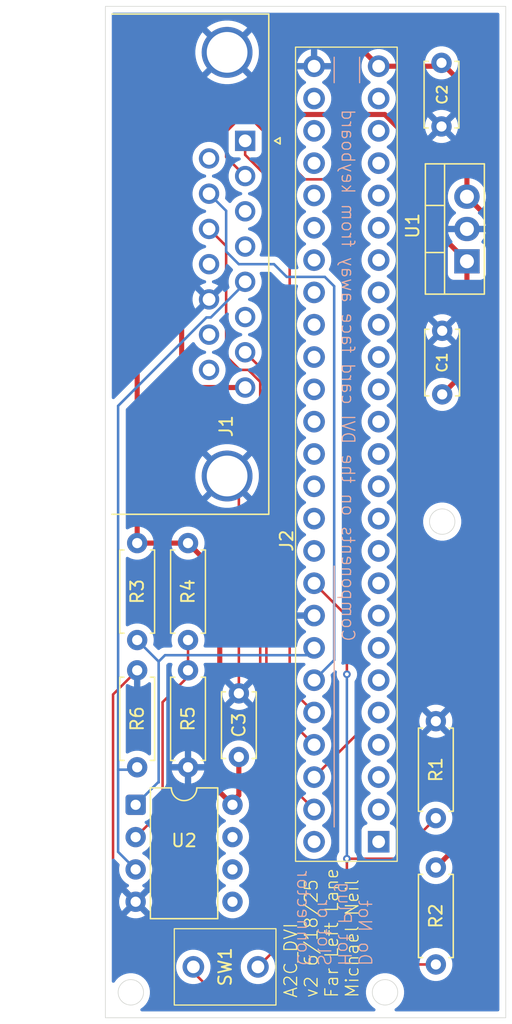
<source format=kicad_pcb>
(kicad_pcb (version 20241229) (generator "pcbnew") (generator_version "9.0")
  (title_block (title "A2C_DVI_Board") (date "2025-06-18") (rev "v2") (company "FarLeftLane") (comment 1 "Michael Neil"))
  (layers (0 "F.Cu" signal) (2 "B.Cu" signal) (13 "F.Paste" user) (15 "B.Paste" user) (5 "F.SilkS" user "F.Silkscreen") (7 "B.SilkS" user "B.Silkscreen") (1 "F.Mask" user) (3 "B.Mask" user) (25 "Edge.Cuts" user))
  (net 0 "")
  (net 1 "+12V")
  (net 2 "GND")
  (net 3 "Net-(J1-GR)")
  (net 5 "Net-(J1-SEROUT)")
  (net 7 "Net-(J1-14M)")
  (net 8 "Net-(J1-WNDW)")
  (net 12 "Net-(J1-TEXT)")
  (net 17 "+5V")
  (net 56 "Net-(J2-Pin_42)")
  (net 57 "Net-(J2-Pin_44)")
  (net 58 "Net-(J1-1VSND)")
  (net 59 "Net-(U2A--)")
  (net 63 "Net-(R2-Pad1)")
  (footprint "Resistor_THT:R_Axial_DIN0207_L6.3mm_D2.5mm_P7.62mm_Horizontal" (layer "F.Cu") (at 44 111.690344 -90)
    (property "Reference" "R5" (at 3.81 0 90) (layer "F.SilkS"))
    (property "Value" "1K")
    (fp_line (start 0.54 1.37) (end 7.08 1.37) (stroke (width 0.12)) (layer "F.SilkS"))
    (fp_line (start 7.08 1.37) (end 7.08 1.04) (stroke (width 0.12)) (layer "F.SilkS"))
    (fp_line (start 0.54 1.04) (end 0.54 1.37) (stroke (width 0.12)) (layer "F.SilkS"))
    (fp_line (start 0.54 -1.04) (end 0.54 -1.37) (stroke (width 0.12)) (layer "F.SilkS"))
    (fp_line (start 0.54 -1.37) (end 7.08 -1.37) (stroke (width 0.12)) (layer "F.SilkS"))
    (fp_line (start 7.08 -1.37) (end 7.08 -1.04) (stroke (width 0.12)) (layer "F.SilkS"))
    (pad "1" thru_hole circle (at 0 0 270) (size 1.6 1.6) (drill 0.8) (layers "*.Cu" "*.Mask") (net 59 "Net-(U2A--)"))
    (pad "2" thru_hole oval (at 7.62 0 270) (size 1.6 1.6) (drill 0.8) (layers "*.Cu" "*.Mask") (net 2 "GND"))
  )
  (footprint "Capacitor_THT:C_Disc_D5.0mm_W2.5mm_P5.00mm" (layer "F.Cu") (at 64 90 90)
    (property "Reference" "C1" (at 2.5 0 90) (layer "F.SilkS") (effects (font (size 0.8 0.8) (thickness 0.15) (bold yes))))
    (property "Value" "0.33uf")
    (fp_line (start 5.12 -1.37) (end 5.12 -1.055) (stroke (width 0.12)) (layer "F.SilkS"))
    (fp_line (start -0.12 -1.37) (end 5.12 -1.37) (stroke (width 0.12)) (layer "F.SilkS"))
    (fp_line (start -0.12 -1.37) (end -0.12 -1.055) (stroke (width 0.12)) (layer "F.SilkS"))
    (fp_line (start 5.12 1.055) (end 5.12 1.37) (stroke (width 0.12)) (layer "F.SilkS"))
    (fp_line (start -0.12 1.055) (end -0.12 1.37) (stroke (width 0.12)) (layer "F.SilkS"))
    (fp_line (start -0.12 1.37) (end 5.12 1.37) (stroke (width 0.12)) (layer "F.SilkS"))
    (pad "1" thru_hole circle (at 0 0 90) (size 1.6 1.6) (drill 0.8) (layers "*.Cu" "*.Mask") (net 1 "+12V"))
    (pad "2" thru_hole circle (at 5 0 90) (size 1.6 1.6) (drill 0.8) (layers "*.Cu" "*.Mask") (net 2 "GND"))
  )
  (footprint "Resistor_THT:R_Axial_DIN0207_L6.3mm_D2.5mm_P7.62mm_Horizontal" (layer "F.Cu") (at 44 101.69 -90)
    (property "Reference" "R4" (at 3.81 0 90) (layer "F.SilkS"))
    (property "Value" "22K")
    (fp_line (start 0.54 1.37) (end 7.08 1.37) (stroke (width 0.12)) (layer "F.SilkS"))
    (fp_line (start 7.08 1.37) (end 7.08 1.04) (stroke (width 0.12)) (layer "F.SilkS"))
    (fp_line (start 0.54 1.04) (end 0.54 1.37) (stroke (width 0.12)) (layer "F.SilkS"))
    (fp_line (start 0.54 -1.04) (end 0.54 -1.37) (stroke (width 0.12)) (layer "F.SilkS"))
    (fp_line (start 0.54 -1.37) (end 7.08 -1.37) (stroke (width 0.12)) (layer "F.SilkS"))
    (fp_line (start 7.08 -1.37) (end 7.08 -1.04) (stroke (width 0.12)) (layer "F.SilkS"))
    (pad "1" thru_hole circle (at 0 0 270) (size 1.6 1.6) (drill 0.8) (layers "*.Cu" "*.Mask") (net 17 "+5V"))
    (pad "2" thru_hole oval (at 7.62 0 270) (size 1.6 1.6) (drill 0.8) (layers "*.Cu" "*.Mask") (net 59 "Net-(U2A--)"))
  )
  (footprint "Resistor_THT:R_Axial_DIN0207_L6.3mm_D2.5mm_P7.62mm_Horizontal" (layer "F.Cu") (at 40 119.31 90)
    (property "Reference" "R6" (at 3.81 0 90) (layer "F.SilkS"))
    (property "Value" "10K")
    (fp_line (start 7.08 -1.37) (end 7.08 -1.04) (stroke (width 0.12)) (layer "F.SilkS"))
    (fp_line (start 0.54 -1.37) (end 7.08 -1.37) (stroke (width 0.12)) (layer "F.SilkS"))
    (fp_line (start 0.54 -1.04) (end 0.54 -1.37) (stroke (width 0.12)) (layer "F.SilkS"))
    (fp_line (start 0.54 1.04) (end 0.54 1.37) (stroke (width 0.12)) (layer "F.SilkS"))
    (fp_line (start 7.08 1.37) (end 7.08 1.04) (stroke (width 0.12)) (layer "F.SilkS"))
    (fp_line (start 0.54 1.37) (end 7.08 1.37) (stroke (width 0.12)) (layer "F.SilkS"))
    (pad "1" thru_hole circle (at 0 0 90) (size 1.6 1.6) (drill 0.8) (layers "*.Cu" "*.Mask") (net 58 "Net-(J1-1VSND)"))
    (pad "2" thru_hole oval (at 7.62 0 90) (size 1.6 1.6) (drill 0.8) (layers "*.Cu" "*.Mask") (net 2 "GND"))
  )
  (footprint "Capacitor_THT:C_Disc_D5.0mm_W2.5mm_P5.00mm" (layer "F.Cu") (at 63.945 63.94 -90)
    (property "Reference" "C2" (at 2.5 -0.055 90) (layer "F.SilkS") (effects (font (size 0.8 0.8))))
    (property "Value" "0.1uf")
    (fp_line (start -0.12 1.37) (end 5.12 1.37) (stroke (width 0.12)) (layer "F.SilkS"))
    (fp_line (start -0.12 1.055) (end -0.12 1.37) (stroke (width 0.12)) (layer "F.SilkS"))
    (fp_line (start 5.12 1.055) (end 5.12 1.37) (stroke (width 0.12)) (layer "F.SilkS"))
    (fp_line (start -0.12 -1.37) (end -0.12 -1.055) (stroke (width 0.12)) (layer "F.SilkS"))
    (fp_line (start -0.12 -1.37) (end 5.12 -1.37) (stroke (width 0.12)) (layer "F.SilkS"))
    (fp_line (start 5.12 -1.37) (end 5.12 -1.055) (stroke (width 0.12)) (layer "F.SilkS"))
    (pad "1" thru_hole circle (at 0 0 270) (size 1.6 1.6) (drill 0.8) (layers "*.Cu" "*.Mask") (net 17 "+5V"))
    (pad "2" thru_hole circle (at 5 0 270) (size 1.6 1.6) (drill 0.8) (layers "*.Cu" "*.Mask") (net 2 "GND"))
  )
  (footprint "Package_DIP:DIP-8_W7.62mm" (layer "F.Cu") (at 39.88 122.260647)
    (property "Reference" "U2" (at 3.81 2.81 0) (layer "F.SilkS"))
    (property "Value" "LM393")
    (fp_line (start 1.16 -1.33) (end 1.16 8.95) (stroke (width 0.12)) (layer "F.SilkS"))
    (fp_line (start 1.16 8.95) (end 6.46 8.95) (stroke (width 0.12)) (layer "F.SilkS"))
    (fp_line (start 2.81 -1.33) (end 1.16 -1.33) (stroke (width 0.12)) (layer "F.SilkS"))
    (fp_line (start 6.46 -1.33) (end 4.81 -1.33) (stroke (width 0.12)) (layer "F.SilkS"))
    (fp_line (start 6.46 8.95) (end 6.46 -1.33) (stroke (width 0.12)) (layer "F.SilkS"))
    (fp_arc (start 4.81 -1.33) (mid 3.81 -0.33) (end 2.81 -1.33) (stroke (width 0.12)) (layer "F.SilkS"))
    (pad "1" thru_hole roundrect (at 0 0) (size 1.6 1.6) (drill 0.8) (layers "*.Cu" "*.Mask") (roundrect_rratio 0.15625) (net 57 "Net-(J2-Pin_44)"))
    (pad "2" thru_hole circle (at 0 2.54) (size 1.6 1.6) (drill 0.8) (layers "*.Cu" "*.Mask") (net 59 "Net-(U2A--)"))
    (pad "3" thru_hole circle (at 0 5.08) (size 1.6 1.6) (drill 0.8) (layers "*.Cu" "*.Mask") (net 58 "Net-(J1-1VSND)"))
    (pad "4" thru_hole circle (at 0 7.62) (size 1.6 1.6) (drill 0.8) (layers "*.Cu" "*.Mask") (net 2 "GND"))
    (pad "5" thru_hole circle (at 7.62 7.62) (size 1.6 1.6) (drill 0.8) (layers "*.Cu" "*.Mask"))
    (pad "6" thru_hole circle (at 7.62 5.08) (size 1.6 1.6) (drill 0.8) (layers "*.Cu" "*.Mask"))
    (pad "7" thru_hole circle (at 7.62 2.54) (size 1.6 1.6) (drill 0.8) (layers "*.Cu" "*.Mask"))
    (pad "8" thru_hole circle (at 7.62 0) (size 1.6 1.6) (drill 0.8) (layers "*.Cu" "*.Mask") (net 17 "+5V"))
  )
  (footprint "Package_TO_SOT_THT:TO-220-3_Vertical" (layer "F.Cu") (at 65.945 79.54 90)
    (property "Reference" "U1" (at 2.79 -4.27 90) (layer "F.SilkS"))
    (property "Value" "LM7805_TO220")
    (fp_line (start 7.66 -3.27) (end 7.66 1.371) (stroke (width 0.12)) (layer "F.SilkS"))
    (fp_line (start 4.391 -3.27) (end 4.391 -1.76) (stroke (width 0.12)) (layer "F.SilkS"))
    (fp_line (start 0.69 -3.27) (end 0.69 -1.76) (stroke (width 0.12)) (layer "F.SilkS"))
    (fp_line (start -2.58 -3.27) (end 7.66 -3.27) (stroke (width 0.12)) (layer "F.SilkS"))
    (fp_line (start -2.58 -3.27) (end -2.58 1.371) (stroke (width 0.12)) (layer "F.SilkS"))
    (fp_line (start -2.58 -1.76) (end 7.66 -1.76) (stroke (width 0.12)) (layer "F.SilkS"))
    (fp_line (start -2.58 1.371) (end 7.66 1.371) (stroke (width 0.12)) (layer "F.SilkS"))
    (pad "1" thru_hole rect (at 0 0 90) (size 1.905 2) (drill 1.1) (layers "*.Cu" "*.Mask") (net 1 "+12V"))
    (pad "2" thru_hole oval (at 2.54 0 90) (size 1.905 2) (drill 1.1) (layers "*.Cu" "*.Mask") (net 2 "GND"))
    (pad "3" thru_hole oval (at 5.08 0 90) (size 1.905 2) (drill 1.1) (layers "*.Cu" "*.Mask") (net 17 "+5V"))
  )
  (footprint "Apple II Library:A2E_50pin_card_edge_female" (layer "F.Cu") (at 56.46 64.205)
    (property "Reference" "J2" (at -4.699244 37.295 90) (layer "F.SilkS"))
    (property "Value" "A2E_Slot")
    (fp_rect (start -4 -1.5) (end 4 62.5) (stroke (width 0.1)) (fill no) (layer "F.SilkS"))
    (pad "1" thru_hole rect (at 2.54 60.96) (size 1.7 1.7) (drill 1) (layers "*.Cu" "*.Mask"))
    (pad "2" thru_hole oval (at 2.54 58.42) (size 1.7 1.7) (drill 1) (layers "*.Cu" "*.Mask"))
    (pad "3" thru_hole oval (at 2.54 55.88) (size 1.7 1.7) (drill 1) (layers "*.Cu" "*.Mask"))
    (pad "4" thru_hole oval (at 2.54 53.34) (size 1.7 1.7) (drill 1) (layers "*.Cu" "*.Mask"))
    (pad "5" thru_hole oval (at 2.54 50.8) (size 1.7 1.7) (drill 1) (layers "*.Cu" "*.Mask"))
    (pad "6" thru_hole oval (at 2.54 48.26) (size 1.7 1.7) (drill 1) (layers "*.Cu" "*.Mask"))
    (pad "7" thru_hole oval (at 2.54 45.72) (size 1.7 1.7) (drill 1) (layers "*.Cu" "*.Mask"))
    (pad "8" thru_hole oval (at 2.54 43.18) (size 1.7 1.7) (drill 1) (layers "*.Cu" "*.Mask"))
    (pad "9" thru_hole oval (at 2.54 40.64) (size 1.7 1.7) (drill 1) (layers "*.Cu" "*.Mask"))
    (pad "10" thru_hole oval (at 2.54 38.1) (size 1.7 1.7) (drill 1) (layers "*.Cu" "*.Mask"))
    (pad "11" thru_hole oval (at 2.54 35.56) (size 1.7 1.7) (drill 1) (layers "*.Cu" "*.Mask"))
    (pad "12" thru_hole oval (at 2.54 33.02) (size 1.7 1.7) (drill 1) (layers "*.Cu" "*.Mask"))
    (pad "13" thru_hole oval (at 2.54 30.48) (size 1.7 1.7) (drill 1) (layers "*.Cu" "*.Mask"))
    (pad "14" thru_hole oval (at 2.54 27.94) (size 1.7 1.7) (drill 1) (layers "*.Cu" "*.Mask"))
    (pad "15" thru_hole oval (at 2.54 25.4) (size 1.7 1.7) (drill 1) (layers "*.Cu" "*.Mask"))
    (pad "16" thru_hole oval (at 2.54 22.86) (size 1.7 1.7) (drill 1) (layers "*.Cu" "*.Mask"))
    (pad "17" thru_hole oval (at 2.54 20.32) (size 1.7 1.7) (drill 1) (layers "*.Cu" "*.Mask"))
    (pad "18" thru_hole oval (at 2.54 17.78) (size 1.7 1.7) (drill 1) (layers "*.Cu" "*.Mask"))
    (pad "19" thru_hole oval (at 2.54 15.24) (size 1.7 1.7) (drill 1) (layers "*.Cu" "*.Mask"))
    (pad "20" thru_hole oval (at 2.54 12.7) (size 1.7 1.7) (drill 1) (layers "*.Cu" "*.Mask"))
    (pad "21" thru_hole oval (at 2.54 10.16) (size 1.7 1.7) (drill 1) (layers "*.Cu" "*.Mask"))
    (pad "22" thru_hole oval (at 2.54 7.62) (size 1.7 1.7) (drill 1) (layers "*.Cu" "*.Mask"))
    (pad "23" thru_hole oval (at 2.54 5.08) (size 1.7 1.7) (drill 1) (layers "*.Cu" "*.Mask"))
    (pad "24" thru_hole oval (at 2.54 2.54) (size 1.7 1.7) (drill 1) (layers "*.Cu" "*.Mask"))
    (pad "25" thru_hole oval (at 2.54 0) (size 1.7 1.7) (drill 1) (layers "*.Cu" "*.Mask") (net 17 "+5V"))
    (pad "26" thru_hole oval (at -2.54 0) (size 1.7 1.7) (drill 1) (layers "*.Cu" "*.Mask") (net 2 "GND"))
    (pad "27" thru_hole oval (at -2.54 2.54) (size 1.7 1.7) (drill 1) (layers "*.Cu" "*.Mask"))
    (pad "28" thru_hole oval (at -2.54 5.08) (size 1.7 1.7) (drill 1) (layers "*.Cu" "*.Mask"))
    (pad "29" thru_hole oval (at -2.54 7.62) (size 1.7 1.7) (drill 1) (layers "*.Cu" "*.Mask"))
    (pad "30" thru_hole oval (at -2.54 10.16) (size 1.7 1.7) (drill 1) (layers "*.Cu" "*.Mask"))
    (pad "31" thru_hole oval (at -2.54 12.7) (size 1.7 1.7) (drill 1) (layers "*.Cu" "*.Mask"))
    (pad "32" thru_hole oval (at -2.54 15.24) (size 1.7 1.7) (drill 1) (layers "*.Cu" "*.Mask"))
    (pad "33" thru_hole oval (at -2.54 17.78) (size 1.7 1.7) (drill 1) (layers "*.Cu" "*.Mask"))
    (pad "34" thru_hole oval (at -2.54 20.32) (size 1.7 1.7) (drill 1) (layers "*.Cu" "*.Mask"))
    (pad "35" thru_hole oval (at -2.54 22.86) (size 1.7 1.7) (drill 1) (layers "*.Cu" "*.Mask"))
    (pad "36" thru_hole oval (at -2.54 25.4) (size 1.7 1.7) (drill 1) (layers "*.Cu" "*.Mask"))
    (pad "37" thru_hole oval (at -2.54 27.94) (size 1.7 1.7) (drill 1) (layers "*.Cu" "*.Mask"))
    (pad "38" thru_hole oval (at -2.54 30.48) (size 1.7 1.7) (drill 1) (layers "*.Cu" "*.Mask"))
    (pad "39" thru_hole oval (at -2.54 33.02) (size 1.7 1.7) (drill 1) (layers "*.Cu" "*.Mask"))
    (pad "40" thru_hole oval (at -2.54 35.56) (size 1.7 1.7) (drill 1) (layers "*.Cu" "*.Mask"))
    (pad "41" thru_hole oval (at -2.54 38.1) (size 1.7 1.7) (drill 1) (layers "*.Cu" "*.Mask"))
    (pad "42" thru_hole oval (at -2.54 40.64) (size 1.7 1.7) (drill 1) (layers "*.Cu" "*.Mask") (net 56 "Net-(J2-Pin_42)"))
    (pad "43" thru_hole oval (at -2.54 43.18) (size 1.7 1.7) (drill 1) (layers "*.Cu" "*.Mask") (net 2 "GND"))
    (pad "44" thru_hole oval (at -2.54 45.72) (size 1.7 1.7) (drill 1) (layers "*.Cu" "*.Mask") (net 57 "Net-(J2-Pin_44)"))
    (pad "45" thru_hole oval (at -2.54 48.26) (size 1.7 1.7) (drill 1) (layers "*.Cu" "*.Mask") (net 3 "Net-(J1-GR)"))
    (pad "46" thru_hole oval (at -2.54 50.8) (size 1.7 1.7) (drill 1) (layers "*.Cu" "*.Mask") (net 12 "Net-(J1-TEXT)"))
    (pad "47" thru_hole oval (at -2.54 53.34) (size 1.7 1.7) (drill 1) (layers "*.Cu" "*.Mask") (net 8 "Net-(J1-WNDW)"))
    (pad "48" thru_hole oval (at -2.54 55.88) (size 1.7 1.7) (drill 1) (layers "*.Cu" "*.Mask") (net 7 "Net-(J1-14M)"))
    (pad "49" thru_hole oval (at -2.54 58.42) (size 1.7 1.7) (drill 1) (layers "*.Cu" "*.Mask") (net 5 "Net-(J1-SEROUT)"))
    (pad "50" thru_hole oval (at -2.54 60.96) (size 1.7 1.7) (drill 1) (layers "*.Cu" "*.Mask"))
  )
  (footprint "Resistor_THT:R_Axial_DIN0207_L6.3mm_D2.5mm_P7.62mm_Horizontal" (layer "F.Cu") (at 63.5 115.69 -90)
    (property "Reference" "R1" (at 3.81 0 90) (layer "F.SilkS"))
    (property "Value" "10k")
    (fp_line (start 0.54 1.37) (end 7.08 1.37) (stroke (width 0.12)) (layer "F.SilkS"))
    (fp_line (start 7.08 1.37) (end 7.08 1.04) (stroke (width 0.12)) (layer "F.SilkS"))
    (fp_line (start 0.54 1.04) (end 0.54 1.37) (stroke (width 0.12)) (layer "F.SilkS"))
    (fp_line (start 0.54 -1.04) (end 0.54 -1.37) (stroke (width 0.12)) (layer "F.SilkS"))
    (fp_line (start 0.54 -1.37) (end 7.08 -1.37) (stroke (width 0.12)) (layer "F.SilkS"))
    (fp_line (start 7.08 -1.37) (end 7.08 -1.04) (stroke (width 0.12)) (layer "F.SilkS"))
    (pad "1" thru_hole circle (at 0 0 270) (size 1.6 1.6) (drill 0.8) (layers "*.Cu" "*.Mask") (net 2 "GND"))
    (pad "2" thru_hole oval (at 7.62 0 270) (size 1.6 1.6) (drill 0.8) (layers "*.Cu" "*.Mask") (net 56 "Net-(J2-Pin_42)"))
  )
  (footprint "Apple II Library:DSUB-15_Male_Horizontal_P2.77x2.84mm_EdgePinOffset7.70mm_Housed_MountingHolesOffset9.12mm" (layer "F.Cu") (at 48.495 70.07 -90)
    (property "Reference" "J1" (at 22.43 1.495 90) (layer "F.SilkS"))
    (property "Value" "A2C_DA15_Plug_MountingHoles")
    (fp_line (start -9.965 10.48) (end -9.965 -1.86) (stroke (width 0.12)) (layer "F.SilkS"))
    (fp_line (start -9.965 -1.86) (end 29.355 -1.86) (stroke (width 0.12)) (layer "F.SilkS"))
    (fp_line (start 29.355 -1.86) (end 29.355 10.48) (stroke (width 0.12)) (layer "F.SilkS"))
    (fp_line (start 0 -2.321325) (end -0.25 -2.754338) (stroke (width 0.12)) (layer "F.SilkS"))
    (fp_line (start -0.25 -2.754338) (end 0.25 -2.754338) (stroke (width 0.12)) (layer "F.SilkS"))
    (fp_line (start 0.25 -2.754338) (end 0 -2.321325) (stroke (width 0.12)) (layer "F.SilkS"))
    (pad "0" thru_hole circle (at -6.955 1.42 270) (size 4 4) (drill 3.2) (layers "*.Cu" "*.Mask") (net 2 "GND"))
    (pad "0" thru_hole circle (at 26.345 1.42 270) (size 4 4) (drill 3.2) (layers "*.Cu" "*.Mask") (net 2 "GND"))
    (pad "1" thru_hole rect (at 0 0 270) (size 1.6 1.6) (drill 1) (layers "*.Cu" "*.Mask") (net 12 "Net-(J1-TEXT)"))
    (pad "2" thru_hole circle (at 2.77 0 270) (size 1.6 1.6) (drill 1) (layers "*.Cu" "*.Mask") (net 7 "Net-(J1-14M)"))
    (pad "3" thru_hole circle (at 5.54 0 270) (size 1.6 1.6) (drill 1) (layers "*.Cu" "*.Mask"))
    (pad "4" thru_hole circle (at 8.31 0 270) (size 1.6 1.6) (drill 1) (layers "*.Cu" "*.Mask"))
    (pad "5" thru_hole circle (at 11.08 0 270) (size 1.6 1.6) (drill 1) (layers "*.Cu" "*.Mask") (net 58 "Net-(J1-1VSND)"))
    (pad "6" thru_hole circle (at 13.85 0 270) (size 1.6 1.6) (drill 1) (layers "*.Cu" "*.Mask"))
    (pad "7" thru_hole circle (at 16.62 0 270) (size 1.6 1.6) (drill 1) (layers "*.Cu" "*.Mask") (net 8 "Net-(J1-WNDW)"))
    (pad "8" thru_hole circle (at 19.39 0 270) (size 1.6 1.6) (drill 1) (layers "*.Cu" "*.Mask") (net 1 "+12V"))
    (pad "9" thru_hole circle (at 1.385 2.84 270) (size 1.6 1.6) (drill 1) (layers "*.Cu" "*.Mask"))
    (pad "10" thru_hole circle (at 4.155 2.84 270) (size 1.6 1.6) (drill 1) (layers "*.Cu" "*.Mask") (net 3 "Net-(J1-GR)"))
    (pad "11" thru_hole circle (at 6.925 2.84 270) (size 1.6 1.6) (drill 1) (layers "*.Cu" "*.Mask") (net 5 "Net-(J1-SEROUT)"))
    (pad "12" thru_hole circle (at 9.695 2.84 270) (size 1.6 1.6) (drill 1) (layers "*.Cu" "*.Mask"))
    (pad "13" thru_hole circle (at 12.465 2.84 270) (size 1.6 1.6) (drill 1) (layers "*.Cu" "*.Mask") (net 2 "GND"))
    (pad "14" thru_hole circle (at 15.235 2.84 270) (size 1.6 1.6) (drill 1) (layers "*.Cu" "*.Mask"))
    (pad "15" thru_hole circle (at 18.005 2.84 270) (size 1.6 1.6) (drill 1) (layers "*.Cu" "*.Mask"))
  )
  (footprint "Capacitor_THT:C_Disc_D5.0mm_W2.5mm_P5.00mm" (layer "F.Cu") (at 48 118.5 90)
    (property "Reference" "C3" (at 2.5 0 90) (layer "F.SilkS"))
    (property "Value" "0.1uf")
    (fp_line (start 5.12 -1.37) (end 5.12 -1.055) (stroke (width 0.12)) (layer "F.SilkS"))
    (fp_line (start -0.12 -1.37) (end 5.12 -1.37) (stroke (width 0.12)) (layer "F.SilkS"))
    (fp_line (start -0.12 -1.37) (end -0.12 -1.055) (stroke (width 0.12)) (layer "F.SilkS"))
    (fp_line (start 5.12 1.055) (end 5.12 1.37) (stroke (width 0.12)) (layer "F.SilkS"))
    (fp_line (start -0.12 1.055) (end -0.12 1.37) (stroke (width 0.12)) (layer "F.SilkS"))
    (fp_line (start -0.12 1.37) (end 5.12 1.37) (stroke (width 0.12)) (layer "F.SilkS"))
    (pad "1" thru_hole circle (at 0 0 90) (size 1.6 1.6) (drill 0.8) (layers "*.Cu" "*.Mask") (net 17 "+5V"))
    (pad "2" thru_hole circle (at 5 0 90) (size 1.6 1.6) (drill 0.8) (layers "*.Cu" "*.Mask") (net 2 "GND"))
  )
  (footprint "Resistor_THT:R_Axial_DIN0207_L6.3mm_D2.5mm_P7.62mm_Horizontal" (layer "F.Cu") (at 63.5 134.81 90)
    (property "Reference" "R2" (at 3.81 0 90) (layer "F.SilkS"))
    (property "Value" "1k")
    (fp_line (start 7.08 -1.37) (end 7.08 -1.04) (stroke (width 0.12)) (layer "F.SilkS"))
    (fp_line (start 0.54 -1.37) (end 7.08 -1.37) (stroke (width 0.12)) (layer "F.SilkS"))
    (fp_line (start 0.54 -1.04) (end 0.54 -1.37) (stroke (width 0.12)) (layer "F.SilkS"))
    (fp_line (start 0.54 1.04) (end 0.54 1.37) (stroke (width 0.12)) (layer "F.SilkS"))
    (fp_line (start 7.08 1.37) (end 7.08 1.04) (stroke (width 0.12)) (layer "F.SilkS"))
    (fp_line (start 0.54 1.37) (end 7.08 1.37) (stroke (width 0.12)) (layer "F.SilkS"))
    (pad "1" thru_hole circle (at 0 0 90) (size 1.6 1.6) (drill 0.8) (layers "*.Cu" "*.Mask") (net 63 "Net-(R2-Pad1)"))
    (pad "2" thru_hole oval (at 7.62 0 90) (size 1.6 1.6) (drill 0.8) (layers "*.Cu" "*.Mask") (net 17 "+5V"))
  )
  (footprint "Apple II Library:PinSocket_1x03_P2.54mm_Vertical" (layer "F.Cu") (at 44.42 135 90)
    (property "Reference" "SW1" (at 0 2.5 90) (layer "F.SilkS"))
    (property "Value" "Config")
    (fp_rect (start -3 -1.5) (end 3 6.5) (stroke (width 0.1)) (fill no) (layer "F.SilkS"))
    (pad "1" thru_hole circle (at 0 0 90) (size 1.7 1.7) (drill 1) (layers "*.Cu" "*.Mask") (net 63 "Net-(R2-Pad1)"))
    (pad "2" thru_hole circle (at 0 5.08 90) (size 1.7 1.7) (drill 1) (layers "*.Cu" "*.Mask") (net 56 "Net-(J2-Pin_42)"))
  )
  (footprint "Resistor_THT:R_Axial_DIN0207_L6.3mm_D2.5mm_P7.62mm_Horizontal" (layer "F.Cu") (at 40 101.69 -90)
    (property "Reference" "R3" (at 3.81 0 90) (layer "F.SilkS"))
    (property "Value" "1K")
    (fp_line (start 0.54 1.37) (end 7.08 1.37) (stroke (width 0.12)) (layer "F.SilkS"))
    (fp_line (start 7.08 1.37) (end 7.08 1.04) (stroke (width 0.12)) (layer "F.SilkS"))
    (fp_line (start 0.54 1.04) (end 0.54 1.37) (stroke (width 0.12)) (layer "F.SilkS"))
    (fp_line (start 0.54 -1.04) (end 0.54 -1.37) (stroke (width 0.12)) (layer "F.SilkS"))
    (fp_line (start 0.54 -1.37) (end 7.08 -1.37) (stroke (width 0.12)) (layer "F.SilkS"))
    (fp_line (start 7.08 -1.37) (end 7.08 -1.04) (stroke (width 0.12)) (layer "F.SilkS"))
    (pad "1" thru_hole circle (at 0 0 270) (size 1.6 1.6) (drill 0.8) (layers "*.Cu" "*.Mask") (net 17 "+5V"))
    (pad "2" thru_hole oval (at 7.62 0 270) (size 1.6 1.6) (drill 0.8) (layers "*.Cu" "*.Mask") (net 57 "Net-(J2-Pin_44)"))
  )
  (gr_line (start 57.5 65.5) (end 57.5 63.5) (stroke (width 0.1)) (layer "B.SilkS"))
  (gr_line (start 55.5 65.5) (end 55.5 63.5) (stroke (width 0.1)) (layer "B.SilkS"))
  (gr_line (start 55.5 124) (end 55.5 103.5) (stroke (width 0.1)) (layer "B.SilkS"))
  (gr_circle (center 59.5 137) (end 60.5 137) (stroke (width 0.05)) (fill no) (layer "Edge.Cuts"))
  (gr_circle (center 64 100) (end 65 100) (stroke (width 0.05)) (fill no) (layer "Edge.Cuts"))
  (gr_circle (center 39.5 137) (end 40.5 137) (stroke (width 0.05)) (fill no) (layer "Edge.Cuts"))
  (gr_rect (start 37.5 59.5) (end 69 139) (stroke (width 0.05)) (fill no) (layer "Edge.Cuts"))
  (gr_text "A2C_DVI\nv2 6/18/25\nFar Left Lane\nMichael Neil" (at 57.5 137.5 90) (layer "F.SilkS") (effects (font (size 1 1) (thickness 0.1)) (justify left bottom)))
  (gr_text "Components on the DVI card face away from keyboard" (at 56 109.5 270) (layer "B.SilkS") (effects (font (size 1 1) (thickness 0.1)) (justify left bottom mirror)))
  (gr_text "Do Not \nHot Plug\nSlot or \nConnector" (at 52.5 135 270) (layer "B.SilkS") (effects (font (size 1 1) (thickness 0.1)) (justify left bottom mirror)))
  (segment (start 47.002 67.999) (end 59.483182 67.999) (width 0.4) (layer "F.Cu") (net 1))
  (segment (start 63 76.595) (end 65.945 79.54) (width 0.4) (layer "F.Cu") (net 1))
  (segment (start 44.46 89.46) (end 43.5 88.5) (width 0.4) (layer "F.Cu") (net 1))
  (segment (start 65.945 88.055) (end 64 90) (width 0.4) (layer "F.Cu") (net 1))
  (segment (start 43.5 88.5) (end 43.5 71.501) (width 0.4) (layer "F.Cu") (net 1))
  (segment (start 63 71.515818) (end 63 76.595) (width 0.4) (layer "F.Cu") (net 1))
  (segment (start 43.5 71.501) (end 47.002 67.999) (width 0.4) (layer "F.Cu") (net 1))
  (segment (start 59.483182 67.999) (end 63 71.515818) (width 0.4) (layer "F.Cu") (net 1))
  (segment (start 48.495 89.46) (end 44.46 89.46) (width 0.4) (layer "F.Cu") (net 1))
  (segment (start 65.945 79.54) (end 65.945 88.055) (width 0.4) (layer "F.Cu") (net 1))
  (segment (start 48 97.34) (end 47.075 96.415) (width 0.2) (layer "F.Cu") (net 2))
  (segment (start 39.88 129.880647) (end 38.101 128.101647) (width 0.2) (layer "F.Cu") (net 2))
  (segment (start 38.101 113.589) (end 38.101 126) (width 0.2) (layer "F.Cu") (net 2))
  (segment (start 38.101 128.101647) (end 38.101 126) (width 0.2) (layer "F.Cu") (net 2))
  (segment (start 48 113.5) (end 48 97.34) (width 0.2) (layer "F.Cu") (net 2))
  (segment (start 40 111.69) (end 38.101 113.589) (width 0.2) (layer "F.Cu") (net 2))
  (segment (start 47 75.57) (end 47 78.77195) (width 0.2) (layer "B.Cu") (net 3))
  (segment (start 50.765 79.765) (end 51.764261 80.764261) (width 0.2) (layer "B.Cu") (net 3))
  (segment (start 47.99305 79.765) (end 50.765 79.765) (width 0.2) (layer "B.Cu") (net 3))
  (segment (start 51.764261 80.764261) (end 54.764261 80.764261) (width 0.2) (layer "B.Cu") (net 3))
  (segment (start 54.764261 80.764261) (end 55.5 81.5) (width 0.2) (layer "B.Cu") (net 3))
  (segment (start 47 78.77195) (end 47.99305 79.765) (width 0.2) (layer "B.Cu") (net 3))
  (segment (start 45.655 74.225) (end 47 75.57) (width 0.2) (layer "B.Cu") (net 3))
  (segment (start 55.5 110.885) (end 53.92 112.465) (width 0.2) (layer "B.Cu") (net 3))
  (segment (start 55.5 81.5) (end 55.5 110.885) (width 0.2) (layer "B.Cu") (net 3))
  (segment (start 48.075 88.075) (end 48.7427 88.075) (width 0.2) (layer "F.Cu") (net 5))
  (segment (start 51.5 120.205) (end 53.92 122.625) (width 0.2) (layer "F.Cu") (net 5))
  (segment (start 48.7427 88.075) (end 49.68 89.0123) (width 0.2) (layer "F.Cu") (net 5))
  (segment (start 51.5 118) (end 51.5 120.205) (width 0.2) (layer "F.Cu") (net 5))
  (segment (start 49.68 89.0123) (end 49.68 116.18) (width 0.2) (layer "F.Cu") (net 5))
  (segment (start 49.68 116.18) (end 51.5 118) (width 0.2) (layer "F.Cu") (net 5))
  (segment (start 47 87) (end 48.075 88.075) (width 0.2) (layer "F.Cu") (net 5))
  (segment (start 47 78.34) (end 47 87) (width 0.2) (layer "F.Cu") (net 5))
  (segment (start 45.655 76.995) (end 47 78.34) (width 0.2) (layer "F.Cu") (net 5))
  (segment (start 50 69.905) (end 50 69.375) (width 0.2) (layer "F.Cu") (net 7))
  (segment (start 53.92 120.085) (end 57.5 116.505) (width 0.2) (layer "F.Cu") (net 7))
  (segment (start 57.5 75.5) (end 55.096405 73.096405) (width 0.2) (layer "F.Cu") (net 7))
  (segment (start 47 69.365) (end 47 71.345) (width 0.2) (layer "F.Cu") (net 7))
  (segment (start 53.191405 73.096405) (end 50 69.905) (width 0.2) (layer "F.Cu") (net 7))
  (segment (start 55.096405 73.096405) (end 53.191405 73.096405) (width 0.2) (layer "F.Cu") (net 7))
  (segment (start 47.865 68.5) (end 47 69.365) (width 0.2) (layer "F.Cu") (net 7))
  (segment (start 57.5 116.505) (end 57.5 75.5) (width 0.2) (layer "F.Cu") (net 7))
  (segment (start 50 69.375) (end 49.125 68.5) (width 0.2) (layer "F.Cu") (net 7))
  (segment (start 47 71.345) (end 48.495 72.84) (width 0.2) (layer "F.Cu") (net 7))
  (segment (start 49.125 68.5) (end 47.865 68.5) (width 0.2) (layer "F.Cu") (net 7))
  (segment (start 50.1662 113.7912) (end 53.92 117.545) (width 0.2) (layer "F.Cu") (net 8))
  (segment (start 50.1662 88.3612) (end 50.1662 113.7912) (width 0.2) (layer "F.Cu") (net 8))
  (segment (start 48.495 86.69) (end 50.1662 88.3612) (width 0.2) (layer "F.Cu") (net 8))
  (segment (start 52 74.6767) (end 52 113.085) (width 0.2) (layer "F.Cu") (net 12))
  (segment (start 48.495 71.1717) (end 52 74.6767) (width 0.2) (layer "F.Cu") (net 12))
  (segment (start 52 113.085) (end 53.92 115.005) (width 0.2) (layer "F.Cu") (net 12))
  (segment (start 48.495 70.07) (end 48.495 71.1717) (width 0.2) (layer "F.Cu") (net 12))
  (segment (start 63.56 63.94) (end 63.295 64.205) (width 0.4) (layer "F.Cu") (net 17))
  (segment (start 40 74) (end 47 67) (width 0.4) (layer "F.Cu") (net 17))
  (segment (start 56.795 62) (end 59 64.205) (width 0.4) (layer "F.Cu") (net 17))
  (segment (start 47 67) (end 48 67) (width 0.4) (layer "F.Cu") (net 17))
  (segment (start 40 74) (end 40 101.69) (width 0.4) (layer "F.Cu") (net 17))
  (segment (start 48 67) (end 53 62) (width 0.4) (layer "F.Cu") (net 17))
  (segment (start 40 101.69) (end 44 101.69) (width 0.4) (layer "F.Cu") (net 17))
  (segment (start 48 121.5) (end 48 118.5) (width 0.4) (layer "F.Cu") (net 17))
  (segment (start 65.945 74.46) (end 65.945 65.94) (width 0.4) (layer "F.Cu") (net 17))
  (segment (start 68.052946 122.637054) (end 68.052946 76.567946) (width 0.4) (layer "F.Cu") (net 17))
  (segment (start 47.5 122.260647) (end 46.5 121.260647) (width 0.4) (layer "F.Cu") (net 17))
  (segment (start 47.5 122) (end 48 121.5) (width 0.4) (layer "F.Cu") (net 17))
  (segment (start 53 62) (end 56.795 62) (width 0.4) (layer "F.Cu") (net 17))
  (segment (start 63.5 127.19) (end 68.052946 122.637054) (width 0.4) (layer "F.Cu") (net 17))
  (segment (start 46.5 121.260647) (end 46.5 104.19) (width 0.4) (layer "F.Cu") (net 17))
  (segment (start 68.052946 76.567946) (end 65.945 74.46) (width 0.4) (layer "F.Cu") (net 17))
  (segment (start 47.5 122.260647) (end 47.5 122) (width 0.4) (layer "F.Cu") (net 17))
  (segment (start 65.945 65.94) (end 63.945 63.94) (width 0.4) (layer "F.Cu") (net 17))
  (segment (start 46.5 104.19) (end 44 101.69) (width 0.4) (layer "F.Cu") (net 17))
  (segment (start 63.295 64.205) (end 59 64.205) (width 0.4) (layer "F.Cu") (net 17))
  (segment (start 63.945 63.94) (end 63.56 63.94) (width 0.4) (layer "F.Cu") (net 17))
  (segment (start 56.5 128) (end 56.5 126.5) (width 0.2) (layer "F.Cu") (net 56))
  (segment (start 56.5 107.425) (end 56.5 112) (width 0.2) (layer "F.Cu") (net 56))
  (segment (start 53.92 104.845) (end 56.5 107.425) (width 0.2) (layer "F.Cu") (net 56))
  (segment (start 49.5 135) (end 56.5 128) (width 0.2) (layer "F.Cu") (net 56))
  (segment (start 60.31 126.5) (end 63.5 123.31) (width 0.2) (layer "F.Cu") (net 56))
  (segment (start 56.5 126.5) (end 60.31 126.5) (width 0.2) (layer "F.Cu") (net 56))
  (via (at 56.5 126.5) (size 0.6) (drill 0.3) (layers "F.Cu" "B.Cu") (net 56))
  (via (at 56.5 112) (size 0.6) (drill 0.3) (layers "F.Cu" "B.Cu") (net 56))
  (segment (start 56.5 112) (end 56.5 126.5) (width 0.2) (layer "B.Cu") (net 56))
  (segment (start 39.88 109.43) (end 40 109.31) (width 0.2) (layer "F.Cu") (net 57))
  (segment (start 41.640647 120.5) (end 39.88 122.260647) (width 0.2) (layer "B.Cu") (net 57))
  (segment (start 40 109.31) (end 41.69 111) (width 0.2) (layer "B.Cu") (net 57))
  (segment (start 41.69 111) (end 42.19 110.5) (width 0.2) (layer "B.Cu") (net 57))
  (segment (start 41.69 120.5) (end 41.69 111) (width 0.2) (layer "B.Cu") (net 57))
  (segment (start 42.19 110.5) (end 53.345 110.5) (width 0.2) (layer "B.Cu") (net 57))
  (segment (start 53.345 110.5) (end 53.92 109.925) (width 0.2) (layer "B.Cu") (net 57))
  (segment (start 41.69 120.5) (end 41.640647 120.5) (width 0.2) (layer "B.Cu") (net 57))
  (segment (start 38.5 125.960647) (end 39.88 127.340647) (width 0.2) (layer "B.Cu") (net 58))
  (segment (start 45.451475 83.951475) (end 38.5 90.90295) (width 0.2) (layer "B.Cu") (net 58))
  (segment (start 48.495 81.25205) (end 45.795575 83.951475) (width 0.2) (layer "B.Cu") (net 58))
  (segment (start 48.495 81.15) (end 48.495 81.25205) (width 0.2) (layer "B.Cu") (net 58))
  (segment (start 38.5 119.5) (end 39.81 119.5) (width 0.2) (layer "B.Cu") (net 58))
  (segment (start 38.5 90.90295) (end 38.5 119.5) (width 0.2) (layer "B.Cu") (net 58))
  (segment (start 39.81 119.5) (end 40 119.31) (width 0.2) (layer "B.Cu") (net 58))
  (segment (start 38.5 119.5) (end 38.5 125.960647) (width 0.2) (layer "B.Cu") (net 58))
  (segment (start 45.795575 83.951475) (end 45.451475 83.951475) (width 0.2) (layer "B.Cu") (net 58))
  (segment (start 42 122.680647) (end 39.88 124.800647) (width 0.2) (layer "F.Cu") (net 59))
  (segment (start 42 114.19) (end 42 122.680647) (width 0.2) (layer "F.Cu") (net 59))
  (segment (start 44 109.31) (end 44 112.19) (width 0.2) (layer "F.Cu") (net 59))
  (segment (start 44 112.19) (end 42 114.19) (width 0.2) (layer "F.Cu") (net 59))
  (segment (start 53.5 137) (end 46 137) (width 0.2) (layer "F.Cu") (net 63))
  (segment (start 55.69 134.81) (end 53.5 137) (width 0.2) (layer "F.Cu") (net 63))
  (segment (start 44.42 135.42) (end 44.42 135) (width 0.2) (layer "F.Cu") (net 63))
  (segment (start 63.5 134.81) (end 55.69 134.81) (width 0.2) (layer "F.Cu") (net 63))
  (segment (start 46 137) (end 44.42 135.42) (width 0.2) (layer "F.Cu") (net 63))
  (zone (net 2) (net_name "GND") (layer "B.Cu") (connect_pads (clearance 0.5)) (min_thickness 0.25) (fill yes (thermal_gap 0.5) (thermal_bridge_width 0.5))
    (polygon (pts (xy 37 59) (xy 69.5 59) (xy 69.5 139.5) (xy 37 139.5)))
  )
)
</source>
